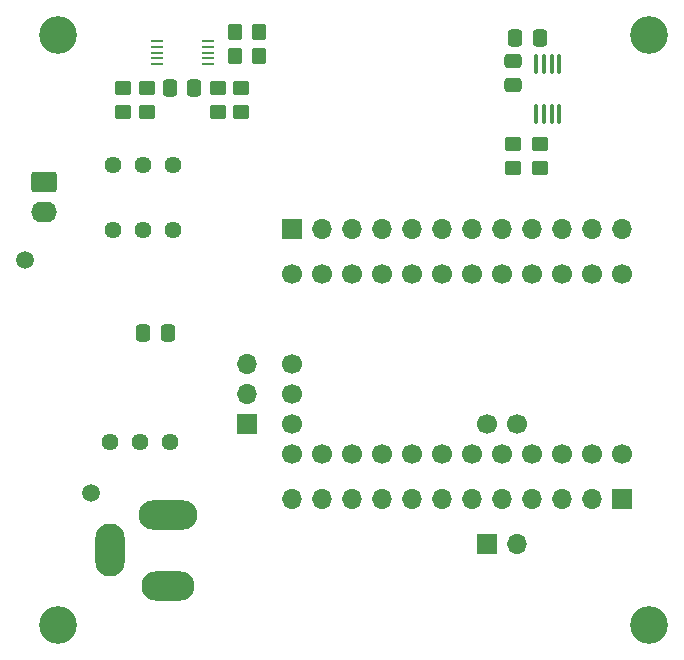
<source format=gbr>
%TF.GenerationSoftware,KiCad,Pcbnew,(7.0.0)*%
%TF.CreationDate,2023-02-20T00:43:47+01:00*%
%TF.ProjectId,led_testjig,6c65645f-7465-4737-946a-69672e6b6963,rev?*%
%TF.SameCoordinates,Original*%
%TF.FileFunction,Soldermask,Bot*%
%TF.FilePolarity,Negative*%
%FSLAX46Y46*%
G04 Gerber Fmt 4.6, Leading zero omitted, Abs format (unit mm)*
G04 Created by KiCad (PCBNEW (7.0.0)) date 2023-02-20 00:43:47*
%MOMM*%
%LPD*%
G01*
G04 APERTURE LIST*
G04 Aperture macros list*
%AMRoundRect*
0 Rectangle with rounded corners*
0 $1 Rounding radius*
0 $2 $3 $4 $5 $6 $7 $8 $9 X,Y pos of 4 corners*
0 Add a 4 corners polygon primitive as box body*
4,1,4,$2,$3,$4,$5,$6,$7,$8,$9,$2,$3,0*
0 Add four circle primitives for the rounded corners*
1,1,$1+$1,$2,$3*
1,1,$1+$1,$4,$5*
1,1,$1+$1,$6,$7*
1,1,$1+$1,$8,$9*
0 Add four rect primitives between the rounded corners*
20,1,$1+$1,$2,$3,$4,$5,0*
20,1,$1+$1,$4,$5,$6,$7,0*
20,1,$1+$1,$6,$7,$8,$9,0*
20,1,$1+$1,$8,$9,$2,$3,0*%
G04 Aperture macros list end*
%ADD10RoundRect,0.250000X-0.845000X0.620000X-0.845000X-0.620000X0.845000X-0.620000X0.845000X0.620000X0*%
%ADD11O,2.190000X1.740000*%
%ADD12C,1.700000*%
%ADD13R,1.700000X1.700000*%
%ADD14O,1.700000X1.700000*%
%ADD15C,3.200000*%
%ADD16C,1.500000*%
%ADD17C,1.440000*%
%ADD18RoundRect,0.250000X0.350000X0.450000X-0.350000X0.450000X-0.350000X-0.450000X0.350000X-0.450000X0*%
%ADD19RoundRect,0.100000X-0.100000X0.712500X-0.100000X-0.712500X0.100000X-0.712500X0.100000X0.712500X0*%
%ADD20RoundRect,0.250000X-0.337500X-0.475000X0.337500X-0.475000X0.337500X0.475000X-0.337500X0.475000X0*%
%ADD21RoundRect,0.250000X0.337500X0.475000X-0.337500X0.475000X-0.337500X-0.475000X0.337500X-0.475000X0*%
%ADD22RoundRect,0.250000X-0.450000X0.350000X-0.450000X-0.350000X0.450000X-0.350000X0.450000X0.350000X0*%
%ADD23R,1.100000X0.250000*%
%ADD24RoundRect,0.250000X0.475000X-0.337500X0.475000X0.337500X-0.475000X0.337500X-0.475000X-0.337500X0*%
%ADD25RoundRect,1.250000X1.250000X0.000000X-1.250000X0.000000X-1.250000X0.000000X1.250000X0.000000X0*%
%ADD26RoundRect,1.250000X1.000000X0.000000X-1.000000X0.000000X-1.000000X0.000000X1.000000X0.000000X0*%
%ADD27RoundRect,1.250000X0.000000X-1.000000X0.000000X1.000000X0.000000X1.000000X0.000000X-1.000000X0*%
G04 APERTURE END LIST*
D10*
%TO.C,J103*%
X123800000Y-87460000D03*
D11*
X123799999Y-89999999D03*
%TD*%
D12*
%TO.C,A501*%
X172720000Y-95250000D03*
X170180000Y-95250000D03*
X167640000Y-95250000D03*
X165100000Y-95250000D03*
X162560000Y-95250000D03*
X160020000Y-95250000D03*
X157480000Y-95250000D03*
X154940000Y-95250000D03*
X152400000Y-95250000D03*
X149860000Y-95250000D03*
X147320000Y-95250000D03*
X144780000Y-95250000D03*
X144780000Y-102870000D03*
X144780000Y-105410000D03*
X144780000Y-107950000D03*
X144780000Y-110490000D03*
X147320000Y-110490000D03*
X149860000Y-110490000D03*
X152400000Y-110490000D03*
X154940000Y-110490000D03*
X157480000Y-110490000D03*
X160020000Y-110490000D03*
X162560000Y-110490000D03*
X165100000Y-110490000D03*
X167640000Y-110490000D03*
X170180000Y-110490000D03*
X172720000Y-110490000D03*
X161290000Y-107950000D03*
X163830000Y-107950000D03*
%TD*%
D13*
%TO.C,J504*%
X140969999Y-107949999D03*
D14*
X140969999Y-105409999D03*
X140969999Y-102869999D03*
%TD*%
D13*
%TO.C,J501*%
X144779999Y-91439999D03*
D14*
X147319999Y-91439999D03*
X149859999Y-91439999D03*
X152399999Y-91439999D03*
X154939999Y-91439999D03*
X157479999Y-91439999D03*
X160019999Y-91439999D03*
X162559999Y-91439999D03*
X165099999Y-91439999D03*
X167639999Y-91439999D03*
X170179999Y-91439999D03*
X172719999Y-91439999D03*
%TD*%
D15*
%TO.C,H101*%
X175000000Y-125000000D03*
%TD*%
D13*
%TO.C,J503*%
X161289999Y-118109999D03*
D14*
X163829999Y-118109999D03*
%TD*%
D15*
%TO.C,H104*%
X125000000Y-125000000D03*
%TD*%
%TO.C,H102*%
X175000000Y-75000000D03*
%TD*%
%TO.C,H103*%
X125000000Y-75000000D03*
%TD*%
D13*
%TO.C,J502*%
X172719999Y-114299999D03*
D14*
X170179999Y-114299999D03*
X167639999Y-114299999D03*
X165099999Y-114299999D03*
X162559999Y-114299999D03*
X160019999Y-114299999D03*
X157479999Y-114299999D03*
X154939999Y-114299999D03*
X152399999Y-114299999D03*
X149859999Y-114299999D03*
X147319999Y-114299999D03*
X144779999Y-114299999D03*
%TD*%
D16*
%TO.C,TP201*%
X122200000Y-94100000D03*
%TD*%
D17*
%TO.C,RV201*%
X134750000Y-91500000D03*
X132210000Y-91500000D03*
X129670000Y-91500000D03*
%TD*%
D18*
%TO.C,R211*%
X142000000Y-76750000D03*
X140000000Y-76750000D03*
%TD*%
%TO.C,R210*%
X142000000Y-74750000D03*
X140000000Y-74750000D03*
%TD*%
D17*
%TO.C,RV202*%
X134750000Y-86000000D03*
X132210000Y-86000000D03*
X129670000Y-86000000D03*
%TD*%
D19*
%TO.C,U302*%
X165485000Y-77492500D03*
X166135000Y-77492500D03*
X166785000Y-77492500D03*
X167435000Y-77492500D03*
X167435000Y-81717500D03*
X166785000Y-81717500D03*
X166135000Y-81717500D03*
X165485000Y-81717500D03*
%TD*%
D20*
%TO.C,C205*%
X134462500Y-79500000D03*
X136537500Y-79500000D03*
%TD*%
D21*
%TO.C,C301*%
X165787500Y-75250000D03*
X163712500Y-75250000D03*
%TD*%
D22*
%TO.C,R304*%
X165750000Y-86249999D03*
X165750000Y-84249999D03*
%TD*%
D23*
%TO.C,U202*%
X133349999Y-77499999D03*
X133349999Y-76999999D03*
X133349999Y-76499999D03*
X133349999Y-75999999D03*
X133349999Y-75499999D03*
X137649999Y-75499999D03*
X137649999Y-75999999D03*
X137649999Y-76499999D03*
X137649999Y-76999999D03*
X137649999Y-77499999D03*
%TD*%
D22*
%TO.C,R213*%
X138500000Y-79500000D03*
X138500000Y-81500000D03*
%TD*%
%TO.C,R214*%
X140500000Y-79500000D03*
X140500000Y-81500000D03*
%TD*%
%TO.C,R215*%
X130500000Y-79500000D03*
X130500000Y-81500000D03*
%TD*%
D24*
%TO.C,C303*%
X163500000Y-79287500D03*
X163500000Y-77212500D03*
%TD*%
D16*
%TO.C,TP401*%
X127750000Y-113750000D03*
%TD*%
D17*
%TO.C,RV203*%
X134500000Y-109500000D03*
X131960000Y-109500000D03*
X129420000Y-109500000D03*
%TD*%
D22*
%TO.C,R303*%
X163500000Y-86250000D03*
X163500000Y-84250000D03*
%TD*%
D20*
%TO.C,C202*%
X132212500Y-100250000D03*
X134287500Y-100250000D03*
%TD*%
D22*
%TO.C,R212*%
X132500000Y-79500000D03*
X132500000Y-81500000D03*
%TD*%
D25*
%TO.C,J102*%
X134302000Y-115650000D03*
D26*
X134302000Y-121650000D03*
D27*
X129402000Y-118600000D03*
%TD*%
M02*

</source>
